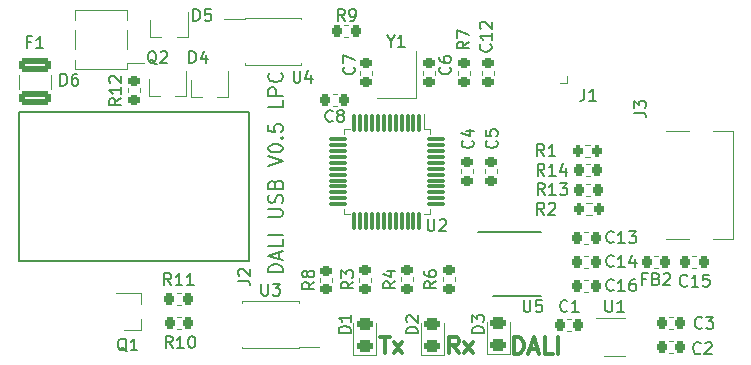
<source format=gto>
G04 #@! TF.GenerationSoftware,KiCad,Pcbnew,6.0.2+dfsg-1*
G04 #@! TF.CreationDate,2022-10-14T13:44:05+02:00*
G04 #@! TF.ProjectId,DALI_USB,44414c49-5f55-4534-922e-6b696361645f,rev?*
G04 #@! TF.SameCoordinates,Original*
G04 #@! TF.FileFunction,Legend,Top*
G04 #@! TF.FilePolarity,Positive*
%FSLAX46Y46*%
G04 Gerber Fmt 4.6, Leading zero omitted, Abs format (unit mm)*
G04 Created by KiCad (PCBNEW 6.0.2+dfsg-1) date 2022-10-14 13:44:05*
%MOMM*%
%LPD*%
G01*
G04 APERTURE LIST*
G04 Aperture macros list*
%AMRoundRect*
0 Rectangle with rounded corners*
0 $1 Rounding radius*
0 $2 $3 $4 $5 $6 $7 $8 $9 X,Y pos of 4 corners*
0 Add a 4 corners polygon primitive as box body*
4,1,4,$2,$3,$4,$5,$6,$7,$8,$9,$2,$3,0*
0 Add four circle primitives for the rounded corners*
1,1,$1+$1,$2,$3*
1,1,$1+$1,$4,$5*
1,1,$1+$1,$6,$7*
1,1,$1+$1,$8,$9*
0 Add four rect primitives between the rounded corners*
20,1,$1+$1,$2,$3,$4,$5,0*
20,1,$1+$1,$4,$5,$6,$7,0*
20,1,$1+$1,$6,$7,$8,$9,0*
20,1,$1+$1,$8,$9,$2,$3,0*%
G04 Aperture macros list end*
%ADD10C,0.300000*%
%ADD11C,0.200000*%
%ADD12C,0.150000*%
%ADD13C,0.120000*%
%ADD14C,0.152400*%
%ADD15RoundRect,0.218750X-0.218750X-0.256250X0.218750X-0.256250X0.218750X0.256250X-0.218750X0.256250X0*%
%ADD16RoundRect,0.218750X-0.256250X0.218750X-0.256250X-0.218750X0.256250X-0.218750X0.256250X0.218750X0*%
%ADD17RoundRect,0.218750X0.256250X-0.218750X0.256250X0.218750X-0.256250X0.218750X-0.256250X-0.218750X0*%
%ADD18RoundRect,0.218750X0.218750X0.256250X-0.218750X0.256250X-0.218750X-0.256250X0.218750X-0.256250X0*%
%ADD19R,0.800000X0.900000*%
%ADD20R,1.000000X0.800000*%
%ADD21R,1.060000X0.650000*%
%ADD22R,2.000000X0.640000*%
%ADD23R,1.200000X0.400000*%
%ADD24RoundRect,0.250000X-1.075000X0.375000X-1.075000X-0.375000X1.075000X-0.375000X1.075000X0.375000X0*%
%ADD25C,3.500000*%
%ADD26C,0.990600*%
%ADD27C,0.787400*%
%ADD28C,1.803400*%
%ADD29R,0.900000X0.800000*%
%ADD30R,1.200000X1.400000*%
%ADD31RoundRect,0.243750X0.456250X-0.243750X0.456250X0.243750X-0.456250X0.243750X-0.456250X-0.243750X0*%
%ADD32RoundRect,0.075000X-0.075000X0.662500X-0.075000X-0.662500X0.075000X-0.662500X0.075000X0.662500X0*%
%ADD33RoundRect,0.075000X-0.662500X0.075000X-0.662500X-0.075000X0.662500X-0.075000X0.662500X0.075000X0*%
%ADD34C,0.650000*%
%ADD35R,1.150000X0.300000*%
%ADD36O,1.600000X1.000000*%
%ADD37O,2.100000X1.000000*%
%ADD38RoundRect,0.200000X0.200000X0.275000X-0.200000X0.275000X-0.200000X-0.275000X0.200000X-0.275000X0*%
%ADD39RoundRect,0.200000X-0.200000X-0.275000X0.200000X-0.275000X0.200000X0.275000X-0.200000X0.275000X0*%
G04 APERTURE END LIST*
D10*
X120597733Y-85999733D02*
X121397733Y-85999733D01*
X120997733Y-87399733D02*
X120997733Y-85999733D01*
X121731066Y-87399733D02*
X122464400Y-86466400D01*
X121731066Y-86466400D02*
X122464400Y-87399733D01*
D11*
X112328257Y-80561400D02*
X111128257Y-80561400D01*
X111128257Y-80275685D01*
X111185400Y-80104257D01*
X111299685Y-79989971D01*
X111413971Y-79932828D01*
X111642542Y-79875685D01*
X111813971Y-79875685D01*
X112042542Y-79932828D01*
X112156828Y-79989971D01*
X112271114Y-80104257D01*
X112328257Y-80275685D01*
X112328257Y-80561400D01*
X111985400Y-79418542D02*
X111985400Y-78847114D01*
X112328257Y-79532828D02*
X111128257Y-79132828D01*
X112328257Y-78732828D01*
X112328257Y-77761400D02*
X112328257Y-78332828D01*
X111128257Y-78332828D01*
X112328257Y-77361400D02*
X111128257Y-77361400D01*
X111128257Y-75875685D02*
X112099685Y-75875685D01*
X112213971Y-75818542D01*
X112271114Y-75761400D01*
X112328257Y-75647114D01*
X112328257Y-75418542D01*
X112271114Y-75304257D01*
X112213971Y-75247114D01*
X112099685Y-75189971D01*
X111128257Y-75189971D01*
X112271114Y-74675685D02*
X112328257Y-74504257D01*
X112328257Y-74218542D01*
X112271114Y-74104257D01*
X112213971Y-74047114D01*
X112099685Y-73989971D01*
X111985400Y-73989971D01*
X111871114Y-74047114D01*
X111813971Y-74104257D01*
X111756828Y-74218542D01*
X111699685Y-74447114D01*
X111642542Y-74561400D01*
X111585400Y-74618542D01*
X111471114Y-74675685D01*
X111356828Y-74675685D01*
X111242542Y-74618542D01*
X111185400Y-74561400D01*
X111128257Y-74447114D01*
X111128257Y-74161400D01*
X111185400Y-73989971D01*
X111699685Y-73075685D02*
X111756828Y-72904257D01*
X111813971Y-72847114D01*
X111928257Y-72789971D01*
X112099685Y-72789971D01*
X112213971Y-72847114D01*
X112271114Y-72904257D01*
X112328257Y-73018542D01*
X112328257Y-73475685D01*
X111128257Y-73475685D01*
X111128257Y-73075685D01*
X111185400Y-72961400D01*
X111242542Y-72904257D01*
X111356828Y-72847114D01*
X111471114Y-72847114D01*
X111585400Y-72904257D01*
X111642542Y-72961400D01*
X111699685Y-73075685D01*
X111699685Y-73475685D01*
X111128257Y-71532828D02*
X112328257Y-71132828D01*
X111128257Y-70732828D01*
X111128257Y-70104257D02*
X111128257Y-69989971D01*
X111185400Y-69875685D01*
X111242542Y-69818542D01*
X111356828Y-69761400D01*
X111585400Y-69704257D01*
X111871114Y-69704257D01*
X112099685Y-69761400D01*
X112213971Y-69818542D01*
X112271114Y-69875685D01*
X112328257Y-69989971D01*
X112328257Y-70104257D01*
X112271114Y-70218542D01*
X112213971Y-70275685D01*
X112099685Y-70332828D01*
X111871114Y-70389971D01*
X111585400Y-70389971D01*
X111356828Y-70332828D01*
X111242542Y-70275685D01*
X111185400Y-70218542D01*
X111128257Y-70104257D01*
X112213971Y-69189971D02*
X112271114Y-69132828D01*
X112328257Y-69189971D01*
X112271114Y-69247114D01*
X112213971Y-69189971D01*
X112328257Y-69189971D01*
X111128257Y-68047114D02*
X111128257Y-68618542D01*
X111699685Y-68675685D01*
X111642542Y-68618542D01*
X111585400Y-68504257D01*
X111585400Y-68218542D01*
X111642542Y-68104257D01*
X111699685Y-68047114D01*
X111813971Y-67989971D01*
X112099685Y-67989971D01*
X112213971Y-68047114D01*
X112271114Y-68104257D01*
X112328257Y-68218542D01*
X112328257Y-68504257D01*
X112271114Y-68618542D01*
X112213971Y-68675685D01*
X112328257Y-65989971D02*
X112328257Y-66561400D01*
X111128257Y-66561400D01*
X112328257Y-65589971D02*
X111128257Y-65589971D01*
X111128257Y-65132828D01*
X111185400Y-65018542D01*
X111242542Y-64961400D01*
X111356828Y-64904257D01*
X111528257Y-64904257D01*
X111642542Y-64961400D01*
X111699685Y-65018542D01*
X111756828Y-65132828D01*
X111756828Y-65589971D01*
X112213971Y-63704257D02*
X112271114Y-63761400D01*
X112328257Y-63932828D01*
X112328257Y-64047114D01*
X112271114Y-64218542D01*
X112156828Y-64332828D01*
X112042542Y-64389971D01*
X111813971Y-64447114D01*
X111642542Y-64447114D01*
X111413971Y-64389971D01*
X111299685Y-64332828D01*
X111185400Y-64218542D01*
X111128257Y-64047114D01*
X111128257Y-63932828D01*
X111185400Y-63761400D01*
X111242542Y-63704257D01*
D10*
X131940533Y-87450533D02*
X131940533Y-86050533D01*
X132273866Y-86050533D01*
X132473866Y-86117200D01*
X132607200Y-86250533D01*
X132673866Y-86383866D01*
X132740533Y-86650533D01*
X132740533Y-86850533D01*
X132673866Y-87117200D01*
X132607200Y-87250533D01*
X132473866Y-87383866D01*
X132273866Y-87450533D01*
X131940533Y-87450533D01*
X133273866Y-87050533D02*
X133940533Y-87050533D01*
X133140533Y-87450533D02*
X133607200Y-86050533D01*
X134073866Y-87450533D01*
X135207200Y-87450533D02*
X134540533Y-87450533D01*
X134540533Y-86050533D01*
X135673866Y-87450533D02*
X135673866Y-86050533D01*
X127222266Y-87399733D02*
X126755600Y-86733066D01*
X126422266Y-87399733D02*
X126422266Y-85999733D01*
X126955600Y-85999733D01*
X127088933Y-86066400D01*
X127155600Y-86133066D01*
X127222266Y-86266400D01*
X127222266Y-86466400D01*
X127155600Y-86599733D01*
X127088933Y-86666400D01*
X126955600Y-86733066D01*
X126422266Y-86733066D01*
X127688933Y-87399733D02*
X128422266Y-86466400D01*
X127688933Y-86466400D02*
X128422266Y-87399733D01*
D12*
X147712233Y-87386335D02*
X147664614Y-87433954D01*
X147521757Y-87481573D01*
X147426519Y-87481573D01*
X147283661Y-87433954D01*
X147188423Y-87338716D01*
X147140804Y-87243478D01*
X147093185Y-87053002D01*
X147093185Y-86910145D01*
X147140804Y-86719669D01*
X147188423Y-86624431D01*
X147283661Y-86529193D01*
X147426519Y-86481573D01*
X147521757Y-86481573D01*
X147664614Y-86529193D01*
X147712233Y-86576812D01*
X148093185Y-86576812D02*
X148140804Y-86529193D01*
X148236042Y-86481573D01*
X148474138Y-86481573D01*
X148569376Y-86529193D01*
X148616995Y-86576812D01*
X148664614Y-86672050D01*
X148664614Y-86767288D01*
X148616995Y-86910145D01*
X148045566Y-87481573D01*
X148664614Y-87481573D01*
X147839233Y-85227335D02*
X147791614Y-85274954D01*
X147648757Y-85322573D01*
X147553519Y-85322573D01*
X147410661Y-85274954D01*
X147315423Y-85179716D01*
X147267804Y-85084478D01*
X147220185Y-84894002D01*
X147220185Y-84751145D01*
X147267804Y-84560669D01*
X147315423Y-84465431D01*
X147410661Y-84370193D01*
X147553519Y-84322573D01*
X147648757Y-84322573D01*
X147791614Y-84370193D01*
X147839233Y-84417812D01*
X148172566Y-84322573D02*
X148791614Y-84322573D01*
X148458280Y-84703526D01*
X148601138Y-84703526D01*
X148696376Y-84751145D01*
X148743995Y-84798764D01*
X148791614Y-84894002D01*
X148791614Y-85132097D01*
X148743995Y-85227335D01*
X148696376Y-85274954D01*
X148601138Y-85322573D01*
X148315423Y-85322573D01*
X148220185Y-85274954D01*
X148172566Y-85227335D01*
X130430542Y-69407066D02*
X130478161Y-69454685D01*
X130525780Y-69597542D01*
X130525780Y-69692780D01*
X130478161Y-69835638D01*
X130382923Y-69930876D01*
X130287685Y-69978495D01*
X130097209Y-70026114D01*
X129954352Y-70026114D01*
X129763876Y-69978495D01*
X129668638Y-69930876D01*
X129573400Y-69835638D01*
X129525780Y-69692780D01*
X129525780Y-69597542D01*
X129573400Y-69454685D01*
X129621019Y-69407066D01*
X129525780Y-68502304D02*
X129525780Y-68978495D01*
X130001971Y-69026114D01*
X129954352Y-68978495D01*
X129906733Y-68883257D01*
X129906733Y-68645161D01*
X129954352Y-68549923D01*
X130001971Y-68502304D01*
X130097209Y-68454685D01*
X130335304Y-68454685D01*
X130430542Y-68502304D01*
X130478161Y-68549923D01*
X130525780Y-68645161D01*
X130525780Y-68883257D01*
X130478161Y-68978495D01*
X130430542Y-69026114D01*
X126493542Y-63184066D02*
X126541161Y-63231685D01*
X126588780Y-63374542D01*
X126588780Y-63469780D01*
X126541161Y-63612638D01*
X126445923Y-63707876D01*
X126350685Y-63755495D01*
X126160209Y-63803114D01*
X126017352Y-63803114D01*
X125826876Y-63755495D01*
X125731638Y-63707876D01*
X125636400Y-63612638D01*
X125588780Y-63469780D01*
X125588780Y-63374542D01*
X125636400Y-63231685D01*
X125684019Y-63184066D01*
X125588780Y-62326923D02*
X125588780Y-62517400D01*
X125636400Y-62612638D01*
X125684019Y-62660257D01*
X125826876Y-62755495D01*
X126017352Y-62803114D01*
X126398304Y-62803114D01*
X126493542Y-62755495D01*
X126541161Y-62707876D01*
X126588780Y-62612638D01*
X126588780Y-62422161D01*
X126541161Y-62326923D01*
X126493542Y-62279304D01*
X126398304Y-62231685D01*
X126160209Y-62231685D01*
X126064971Y-62279304D01*
X126017352Y-62326923D01*
X125969733Y-62422161D01*
X125969733Y-62612638D01*
X126017352Y-62707876D01*
X126064971Y-62755495D01*
X126160209Y-62803114D01*
X118365542Y-63184066D02*
X118413161Y-63231685D01*
X118460780Y-63374542D01*
X118460780Y-63469780D01*
X118413161Y-63612638D01*
X118317923Y-63707876D01*
X118222685Y-63755495D01*
X118032209Y-63803114D01*
X117889352Y-63803114D01*
X117698876Y-63755495D01*
X117603638Y-63707876D01*
X117508400Y-63612638D01*
X117460780Y-63469780D01*
X117460780Y-63374542D01*
X117508400Y-63231685D01*
X117556019Y-63184066D01*
X117460780Y-62850733D02*
X117460780Y-62184066D01*
X118460780Y-62612638D01*
X116571733Y-67725542D02*
X116524114Y-67773161D01*
X116381257Y-67820780D01*
X116286019Y-67820780D01*
X116143161Y-67773161D01*
X116047923Y-67677923D01*
X116000304Y-67582685D01*
X115952685Y-67392209D01*
X115952685Y-67249352D01*
X116000304Y-67058876D01*
X116047923Y-66963638D01*
X116143161Y-66868400D01*
X116286019Y-66820780D01*
X116381257Y-66820780D01*
X116524114Y-66868400D01*
X116571733Y-66916019D01*
X117143161Y-67249352D02*
X117047923Y-67201733D01*
X117000304Y-67154114D01*
X116952685Y-67058876D01*
X116952685Y-67011257D01*
X117000304Y-66916019D01*
X117047923Y-66868400D01*
X117143161Y-66820780D01*
X117333638Y-66820780D01*
X117428876Y-66868400D01*
X117476495Y-66916019D01*
X117524114Y-67011257D01*
X117524114Y-67058876D01*
X117476495Y-67154114D01*
X117428876Y-67201733D01*
X117333638Y-67249352D01*
X117143161Y-67249352D01*
X117047923Y-67296971D01*
X117000304Y-67344590D01*
X116952685Y-67439828D01*
X116952685Y-67630304D01*
X117000304Y-67725542D01*
X117047923Y-67773161D01*
X117143161Y-67820780D01*
X117333638Y-67820780D01*
X117428876Y-67773161D01*
X117476495Y-67725542D01*
X117524114Y-67630304D01*
X117524114Y-67439828D01*
X117476495Y-67344590D01*
X117428876Y-67296971D01*
X117333638Y-67249352D01*
X129922542Y-61247257D02*
X129970161Y-61294876D01*
X130017780Y-61437733D01*
X130017780Y-61532971D01*
X129970161Y-61675828D01*
X129874923Y-61771066D01*
X129779685Y-61818685D01*
X129589209Y-61866304D01*
X129446352Y-61866304D01*
X129255876Y-61818685D01*
X129160638Y-61771066D01*
X129065400Y-61675828D01*
X129017780Y-61532971D01*
X129017780Y-61437733D01*
X129065400Y-61294876D01*
X129113019Y-61247257D01*
X130017780Y-60294876D02*
X130017780Y-60866304D01*
X130017780Y-60580590D02*
X129017780Y-60580590D01*
X129160638Y-60675828D01*
X129255876Y-60771066D01*
X129303495Y-60866304D01*
X129113019Y-59913923D02*
X129065400Y-59866304D01*
X129017780Y-59771066D01*
X129017780Y-59532971D01*
X129065400Y-59437733D01*
X129113019Y-59390114D01*
X129208257Y-59342495D01*
X129303495Y-59342495D01*
X129446352Y-59390114D01*
X130017780Y-59961542D01*
X130017780Y-59342495D01*
X140352542Y-77979542D02*
X140304923Y-78027161D01*
X140162066Y-78074780D01*
X140066828Y-78074780D01*
X139923971Y-78027161D01*
X139828733Y-77931923D01*
X139781114Y-77836685D01*
X139733495Y-77646209D01*
X139733495Y-77503352D01*
X139781114Y-77312876D01*
X139828733Y-77217638D01*
X139923971Y-77122400D01*
X140066828Y-77074780D01*
X140162066Y-77074780D01*
X140304923Y-77122400D01*
X140352542Y-77170019D01*
X141304923Y-78074780D02*
X140733495Y-78074780D01*
X141019209Y-78074780D02*
X141019209Y-77074780D01*
X140923971Y-77217638D01*
X140828733Y-77312876D01*
X140733495Y-77360495D01*
X141638257Y-77074780D02*
X142257304Y-77074780D01*
X141923971Y-77455733D01*
X142066828Y-77455733D01*
X142162066Y-77503352D01*
X142209685Y-77550971D01*
X142257304Y-77646209D01*
X142257304Y-77884304D01*
X142209685Y-77979542D01*
X142162066Y-78027161D01*
X142066828Y-78074780D01*
X141781114Y-78074780D01*
X141685876Y-78027161D01*
X141638257Y-77979542D01*
X140352542Y-80011542D02*
X140304923Y-80059161D01*
X140162066Y-80106780D01*
X140066828Y-80106780D01*
X139923971Y-80059161D01*
X139828733Y-79963923D01*
X139781114Y-79868685D01*
X139733495Y-79678209D01*
X139733495Y-79535352D01*
X139781114Y-79344876D01*
X139828733Y-79249638D01*
X139923971Y-79154400D01*
X140066828Y-79106780D01*
X140162066Y-79106780D01*
X140304923Y-79154400D01*
X140352542Y-79202019D01*
X141304923Y-80106780D02*
X140733495Y-80106780D01*
X141019209Y-80106780D02*
X141019209Y-79106780D01*
X140923971Y-79249638D01*
X140828733Y-79344876D01*
X140733495Y-79392495D01*
X142162066Y-79440114D02*
X142162066Y-80106780D01*
X141923971Y-79059161D02*
X141685876Y-79773447D01*
X142304923Y-79773447D01*
X146575542Y-81662542D02*
X146527923Y-81710161D01*
X146385066Y-81757780D01*
X146289828Y-81757780D01*
X146146971Y-81710161D01*
X146051733Y-81614923D01*
X146004114Y-81519685D01*
X145956495Y-81329209D01*
X145956495Y-81186352D01*
X146004114Y-80995876D01*
X146051733Y-80900638D01*
X146146971Y-80805400D01*
X146289828Y-80757780D01*
X146385066Y-80757780D01*
X146527923Y-80805400D01*
X146575542Y-80853019D01*
X147527923Y-81757780D02*
X146956495Y-81757780D01*
X147242209Y-81757780D02*
X147242209Y-80757780D01*
X147146971Y-80900638D01*
X147051733Y-80995876D01*
X146956495Y-81043495D01*
X148432685Y-80757780D02*
X147956495Y-80757780D01*
X147908876Y-81233971D01*
X147956495Y-81186352D01*
X148051733Y-81138733D01*
X148289828Y-81138733D01*
X148385066Y-81186352D01*
X148432685Y-81233971D01*
X148480304Y-81329209D01*
X148480304Y-81567304D01*
X148432685Y-81662542D01*
X148385066Y-81710161D01*
X148289828Y-81757780D01*
X148051733Y-81757780D01*
X147956495Y-81710161D01*
X147908876Y-81662542D01*
X104779304Y-59278780D02*
X104779304Y-58278780D01*
X105017400Y-58278780D01*
X105160257Y-58326400D01*
X105255495Y-58421638D01*
X105303114Y-58516876D01*
X105350733Y-58707352D01*
X105350733Y-58850209D01*
X105303114Y-59040685D01*
X105255495Y-59135923D01*
X105160257Y-59231161D01*
X105017400Y-59278780D01*
X104779304Y-59278780D01*
X106255495Y-58278780D02*
X105779304Y-58278780D01*
X105731685Y-58754971D01*
X105779304Y-58707352D01*
X105874542Y-58659733D01*
X106112638Y-58659733D01*
X106207876Y-58707352D01*
X106255495Y-58754971D01*
X106303114Y-58850209D01*
X106303114Y-59088304D01*
X106255495Y-59183542D01*
X106207876Y-59231161D01*
X106112638Y-59278780D01*
X105874542Y-59278780D01*
X105779304Y-59231161D01*
X105731685Y-59183542D01*
X93521304Y-64739780D02*
X93521304Y-63739780D01*
X93759400Y-63739780D01*
X93902257Y-63787400D01*
X93997495Y-63882638D01*
X94045114Y-63977876D01*
X94092733Y-64168352D01*
X94092733Y-64311209D01*
X94045114Y-64501685D01*
X93997495Y-64596923D01*
X93902257Y-64692161D01*
X93759400Y-64739780D01*
X93521304Y-64739780D01*
X94949876Y-63739780D02*
X94759400Y-63739780D01*
X94664161Y-63787400D01*
X94616542Y-63835019D01*
X94521304Y-63977876D01*
X94473685Y-64168352D01*
X94473685Y-64549304D01*
X94521304Y-64644542D01*
X94568923Y-64692161D01*
X94664161Y-64739780D01*
X94854638Y-64739780D01*
X94949876Y-64692161D01*
X94997495Y-64644542D01*
X95045114Y-64549304D01*
X95045114Y-64311209D01*
X94997495Y-64215971D01*
X94949876Y-64168352D01*
X94854638Y-64120733D01*
X94664161Y-64120733D01*
X94568923Y-64168352D01*
X94521304Y-64215971D01*
X94473685Y-64311209D01*
X143108566Y-81106971D02*
X142775233Y-81106971D01*
X142775233Y-81630780D02*
X142775233Y-80630780D01*
X143251423Y-80630780D01*
X143965709Y-81106971D02*
X144108566Y-81154590D01*
X144156185Y-81202209D01*
X144203804Y-81297447D01*
X144203804Y-81440304D01*
X144156185Y-81535542D01*
X144108566Y-81583161D01*
X144013328Y-81630780D01*
X143632376Y-81630780D01*
X143632376Y-80630780D01*
X143965709Y-80630780D01*
X144060947Y-80678400D01*
X144108566Y-80726019D01*
X144156185Y-80821257D01*
X144156185Y-80916495D01*
X144108566Y-81011733D01*
X144060947Y-81059352D01*
X143965709Y-81106971D01*
X143632376Y-81106971D01*
X144584757Y-80726019D02*
X144632376Y-80678400D01*
X144727614Y-80630780D01*
X144965709Y-80630780D01*
X145060947Y-80678400D01*
X145108566Y-80726019D01*
X145156185Y-80821257D01*
X145156185Y-80916495D01*
X145108566Y-81059352D01*
X144537138Y-81630780D01*
X145156185Y-81630780D01*
X118300780Y-81345066D02*
X117824590Y-81678400D01*
X118300780Y-81916495D02*
X117300780Y-81916495D01*
X117300780Y-81535542D01*
X117348400Y-81440304D01*
X117396019Y-81392685D01*
X117491257Y-81345066D01*
X117634114Y-81345066D01*
X117729352Y-81392685D01*
X117776971Y-81440304D01*
X117824590Y-81535542D01*
X117824590Y-81916495D01*
X117300780Y-81011733D02*
X117300780Y-80392685D01*
X117681733Y-80726019D01*
X117681733Y-80583161D01*
X117729352Y-80487923D01*
X117776971Y-80440304D01*
X117872209Y-80392685D01*
X118110304Y-80392685D01*
X118205542Y-80440304D01*
X118253161Y-80487923D01*
X118300780Y-80583161D01*
X118300780Y-80868876D01*
X118253161Y-80964114D01*
X118205542Y-81011733D01*
X121856780Y-81319566D02*
X121380590Y-81652900D01*
X121856780Y-81890995D02*
X120856780Y-81890995D01*
X120856780Y-81510042D01*
X120904400Y-81414804D01*
X120952019Y-81367185D01*
X121047257Y-81319566D01*
X121190114Y-81319566D01*
X121285352Y-81367185D01*
X121332971Y-81414804D01*
X121380590Y-81510042D01*
X121380590Y-81890995D01*
X121190114Y-80462423D02*
X121856780Y-80462423D01*
X120809161Y-80700519D02*
X121523447Y-80938614D01*
X121523447Y-80319566D01*
X117587733Y-59278780D02*
X117254400Y-58802590D01*
X117016304Y-59278780D02*
X117016304Y-58278780D01*
X117397257Y-58278780D01*
X117492495Y-58326400D01*
X117540114Y-58374019D01*
X117587733Y-58469257D01*
X117587733Y-58612114D01*
X117540114Y-58707352D01*
X117492495Y-58754971D01*
X117397257Y-58802590D01*
X117016304Y-58802590D01*
X118063923Y-59278780D02*
X118254400Y-59278780D01*
X118349638Y-59231161D01*
X118397257Y-59183542D01*
X118492495Y-59040685D01*
X118540114Y-58850209D01*
X118540114Y-58469257D01*
X118492495Y-58374019D01*
X118444876Y-58326400D01*
X118349638Y-58278780D01*
X118159161Y-58278780D01*
X118063923Y-58326400D01*
X118016304Y-58374019D01*
X117968685Y-58469257D01*
X117968685Y-58707352D01*
X118016304Y-58802590D01*
X118063923Y-58850209D01*
X118159161Y-58897828D01*
X118349638Y-58897828D01*
X118444876Y-58850209D01*
X118492495Y-58802590D01*
X118540114Y-58707352D01*
X98648780Y-65819257D02*
X98172590Y-66152590D01*
X98648780Y-66390685D02*
X97648780Y-66390685D01*
X97648780Y-66009733D01*
X97696400Y-65914495D01*
X97744019Y-65866876D01*
X97839257Y-65819257D01*
X97982114Y-65819257D01*
X98077352Y-65866876D01*
X98124971Y-65914495D01*
X98172590Y-66009733D01*
X98172590Y-66390685D01*
X98648780Y-64866876D02*
X98648780Y-65438304D01*
X98648780Y-65152590D02*
X97648780Y-65152590D01*
X97791638Y-65247828D01*
X97886876Y-65343066D01*
X97934495Y-65438304D01*
X97744019Y-64485923D02*
X97696400Y-64438304D01*
X97648780Y-64343066D01*
X97648780Y-64104971D01*
X97696400Y-64009733D01*
X97744019Y-63962114D01*
X97839257Y-63914495D01*
X97934495Y-63914495D01*
X98077352Y-63962114D01*
X98648780Y-64533542D01*
X98648780Y-63914495D01*
X134510542Y-74010780D02*
X134177209Y-73534590D01*
X133939114Y-74010780D02*
X133939114Y-73010780D01*
X134320066Y-73010780D01*
X134415304Y-73058400D01*
X134462923Y-73106019D01*
X134510542Y-73201257D01*
X134510542Y-73344114D01*
X134462923Y-73439352D01*
X134415304Y-73486971D01*
X134320066Y-73534590D01*
X133939114Y-73534590D01*
X135462923Y-74010780D02*
X134891495Y-74010780D01*
X135177209Y-74010780D02*
X135177209Y-73010780D01*
X135081971Y-73153638D01*
X134986733Y-73248876D01*
X134891495Y-73296495D01*
X135796257Y-73010780D02*
X136415304Y-73010780D01*
X136081971Y-73391733D01*
X136224828Y-73391733D01*
X136320066Y-73439352D01*
X136367685Y-73486971D01*
X136415304Y-73582209D01*
X136415304Y-73820304D01*
X136367685Y-73915542D01*
X136320066Y-73963161D01*
X136224828Y-74010780D01*
X135939114Y-74010780D01*
X135843876Y-73963161D01*
X135796257Y-73915542D01*
X134485042Y-72359780D02*
X134151709Y-71883590D01*
X133913614Y-72359780D02*
X133913614Y-71359780D01*
X134294566Y-71359780D01*
X134389804Y-71407400D01*
X134437423Y-71455019D01*
X134485042Y-71550257D01*
X134485042Y-71693114D01*
X134437423Y-71788352D01*
X134389804Y-71835971D01*
X134294566Y-71883590D01*
X133913614Y-71883590D01*
X135437423Y-72359780D02*
X134865995Y-72359780D01*
X135151709Y-72359780D02*
X135151709Y-71359780D01*
X135056471Y-71502638D01*
X134961233Y-71597876D01*
X134865995Y-71645495D01*
X136294566Y-71693114D02*
X136294566Y-72359780D01*
X136056471Y-71312161D02*
X135818376Y-72026447D01*
X136437423Y-72026447D01*
X139662339Y-82904735D02*
X139662339Y-83714259D01*
X139709958Y-83809497D01*
X139757577Y-83857116D01*
X139852815Y-83904735D01*
X140043291Y-83904735D01*
X140138529Y-83857116D01*
X140186148Y-83809497D01*
X140233767Y-83714259D01*
X140233767Y-82904735D01*
X141233767Y-83904735D02*
X140662339Y-83904735D01*
X140948053Y-83904735D02*
X140948053Y-82904735D01*
X140852815Y-83047593D01*
X140757577Y-83142831D01*
X140662339Y-83190450D01*
X113259495Y-63485780D02*
X113259495Y-64295304D01*
X113307114Y-64390542D01*
X113354733Y-64438161D01*
X113449971Y-64485780D01*
X113640447Y-64485780D01*
X113735685Y-64438161D01*
X113783304Y-64390542D01*
X113830923Y-64295304D01*
X113830923Y-63485780D01*
X114735685Y-63819114D02*
X114735685Y-64485780D01*
X114497590Y-63438161D02*
X114259495Y-64152447D01*
X114878542Y-64152447D01*
X132740495Y-82916780D02*
X132740495Y-83726304D01*
X132788114Y-83821542D01*
X132835733Y-83869161D01*
X132930971Y-83916780D01*
X133121447Y-83916780D01*
X133216685Y-83869161D01*
X133264304Y-83821542D01*
X133311923Y-83726304D01*
X133311923Y-82916780D01*
X134264304Y-82916780D02*
X133788114Y-82916780D01*
X133740495Y-83392971D01*
X133788114Y-83345352D01*
X133883352Y-83297733D01*
X134121447Y-83297733D01*
X134216685Y-83345352D01*
X134264304Y-83392971D01*
X134311923Y-83488209D01*
X134311923Y-83726304D01*
X134264304Y-83821542D01*
X134216685Y-83869161D01*
X134121447Y-83916780D01*
X133883352Y-83916780D01*
X133788114Y-83869161D01*
X133740495Y-83821542D01*
X91005066Y-61040971D02*
X90671733Y-61040971D01*
X90671733Y-61564780D02*
X90671733Y-60564780D01*
X91147923Y-60564780D01*
X92052685Y-61564780D02*
X91481257Y-61564780D01*
X91766971Y-61564780D02*
X91766971Y-60564780D01*
X91671733Y-60707638D01*
X91576495Y-60802876D01*
X91481257Y-60850495D01*
X101657161Y-62930019D02*
X101561923Y-62882400D01*
X101466685Y-62787161D01*
X101323828Y-62644304D01*
X101228590Y-62596685D01*
X101133352Y-62596685D01*
X101180971Y-62834780D02*
X101085733Y-62787161D01*
X100990495Y-62691923D01*
X100942876Y-62501447D01*
X100942876Y-62168114D01*
X100990495Y-61977638D01*
X101085733Y-61882400D01*
X101180971Y-61834780D01*
X101371447Y-61834780D01*
X101466685Y-61882400D01*
X101561923Y-61977638D01*
X101609542Y-62168114D01*
X101609542Y-62501447D01*
X101561923Y-62691923D01*
X101466685Y-62787161D01*
X101371447Y-62834780D01*
X101180971Y-62834780D01*
X101990495Y-61930019D02*
X102038114Y-61882400D01*
X102133352Y-61834780D01*
X102371447Y-61834780D01*
X102466685Y-61882400D01*
X102514304Y-61930019D01*
X102561923Y-62025257D01*
X102561923Y-62120495D01*
X102514304Y-62263352D01*
X101942876Y-62834780D01*
X102561923Y-62834780D01*
X137868066Y-65009780D02*
X137868066Y-65724066D01*
X137820447Y-65866923D01*
X137725209Y-65962161D01*
X137582352Y-66009780D01*
X137487114Y-66009780D01*
X138868066Y-66009780D02*
X138296638Y-66009780D01*
X138582352Y-66009780D02*
X138582352Y-65009780D01*
X138487114Y-65152638D01*
X138391876Y-65247876D01*
X138296638Y-65295495D01*
X125318780Y-81319566D02*
X124842590Y-81652900D01*
X125318780Y-81890995D02*
X124318780Y-81890995D01*
X124318780Y-81510042D01*
X124366400Y-81414804D01*
X124414019Y-81367185D01*
X124509257Y-81319566D01*
X124652114Y-81319566D01*
X124747352Y-81367185D01*
X124794971Y-81414804D01*
X124842590Y-81510042D01*
X124842590Y-81890995D01*
X124318780Y-80462423D02*
X124318780Y-80652900D01*
X124366400Y-80748138D01*
X124414019Y-80795757D01*
X124556876Y-80890995D01*
X124747352Y-80938614D01*
X125128304Y-80938614D01*
X125223542Y-80890995D01*
X125271161Y-80843376D01*
X125318780Y-80748138D01*
X125318780Y-80557661D01*
X125271161Y-80462423D01*
X125223542Y-80414804D01*
X125128304Y-80367185D01*
X124890209Y-80367185D01*
X124794971Y-80414804D01*
X124747352Y-80462423D01*
X124699733Y-80557661D01*
X124699733Y-80748138D01*
X124747352Y-80843376D01*
X124794971Y-80890995D01*
X124890209Y-80938614D01*
X128112780Y-61025066D02*
X127636590Y-61358400D01*
X128112780Y-61596495D02*
X127112780Y-61596495D01*
X127112780Y-61215542D01*
X127160400Y-61120304D01*
X127208019Y-61072685D01*
X127303257Y-61025066D01*
X127446114Y-61025066D01*
X127541352Y-61072685D01*
X127588971Y-61120304D01*
X127636590Y-61215542D01*
X127636590Y-61596495D01*
X127112780Y-60691733D02*
X127112780Y-60025066D01*
X128112780Y-60453638D01*
X140352542Y-82043542D02*
X140304923Y-82091161D01*
X140162066Y-82138780D01*
X140066828Y-82138780D01*
X139923971Y-82091161D01*
X139828733Y-81995923D01*
X139781114Y-81900685D01*
X139733495Y-81710209D01*
X139733495Y-81567352D01*
X139781114Y-81376876D01*
X139828733Y-81281638D01*
X139923971Y-81186400D01*
X140066828Y-81138780D01*
X140162066Y-81138780D01*
X140304923Y-81186400D01*
X140352542Y-81234019D01*
X141304923Y-82138780D02*
X140733495Y-82138780D01*
X141019209Y-82138780D02*
X141019209Y-81138780D01*
X140923971Y-81281638D01*
X140828733Y-81376876D01*
X140733495Y-81424495D01*
X142162066Y-81138780D02*
X141971590Y-81138780D01*
X141876352Y-81186400D01*
X141828733Y-81234019D01*
X141733495Y-81376876D01*
X141685876Y-81567352D01*
X141685876Y-81948304D01*
X141733495Y-82043542D01*
X141781114Y-82091161D01*
X141876352Y-82138780D01*
X142066828Y-82138780D01*
X142162066Y-82091161D01*
X142209685Y-82043542D01*
X142257304Y-81948304D01*
X142257304Y-81710209D01*
X142209685Y-81614971D01*
X142162066Y-81567352D01*
X142066828Y-81519733D01*
X141876352Y-81519733D01*
X141781114Y-81567352D01*
X141733495Y-81614971D01*
X141685876Y-81710209D01*
X136447577Y-83809497D02*
X136399958Y-83857116D01*
X136257101Y-83904735D01*
X136161863Y-83904735D01*
X136019005Y-83857116D01*
X135923767Y-83761878D01*
X135876148Y-83666640D01*
X135828529Y-83476164D01*
X135828529Y-83333307D01*
X135876148Y-83142831D01*
X135923767Y-83047593D01*
X136019005Y-82952355D01*
X136161863Y-82904735D01*
X136257101Y-82904735D01*
X136399958Y-82952355D01*
X136447577Y-82999974D01*
X137399958Y-83904735D02*
X136828529Y-83904735D01*
X137114244Y-83904735D02*
X137114244Y-82904735D01*
X137019005Y-83047593D01*
X136923767Y-83142831D01*
X136828529Y-83190450D01*
X128398542Y-69407066D02*
X128446161Y-69454685D01*
X128493780Y-69597542D01*
X128493780Y-69692780D01*
X128446161Y-69835638D01*
X128350923Y-69930876D01*
X128255685Y-69978495D01*
X128065209Y-70026114D01*
X127922352Y-70026114D01*
X127731876Y-69978495D01*
X127636638Y-69930876D01*
X127541400Y-69835638D01*
X127493780Y-69692780D01*
X127493780Y-69597542D01*
X127541400Y-69454685D01*
X127589019Y-69407066D01*
X127827114Y-68549923D02*
X128493780Y-68549923D01*
X127446161Y-68788019D02*
X128160447Y-69026114D01*
X128160447Y-68407066D01*
X104443304Y-62834780D02*
X104443304Y-61834780D01*
X104681400Y-61834780D01*
X104824257Y-61882400D01*
X104919495Y-61977638D01*
X104967114Y-62072876D01*
X105014733Y-62263352D01*
X105014733Y-62406209D01*
X104967114Y-62596685D01*
X104919495Y-62691923D01*
X104824257Y-62787161D01*
X104681400Y-62834780D01*
X104443304Y-62834780D01*
X105871876Y-62168114D02*
X105871876Y-62834780D01*
X105633780Y-61787161D02*
X105395685Y-62501447D01*
X106014733Y-62501447D01*
X114998780Y-81370566D02*
X114522590Y-81703900D01*
X114998780Y-81941995D02*
X113998780Y-81941995D01*
X113998780Y-81561042D01*
X114046400Y-81465804D01*
X114094019Y-81418185D01*
X114189257Y-81370566D01*
X114332114Y-81370566D01*
X114427352Y-81418185D01*
X114474971Y-81465804D01*
X114522590Y-81561042D01*
X114522590Y-81941995D01*
X114427352Y-80799138D02*
X114379733Y-80894376D01*
X114332114Y-80941995D01*
X114236876Y-80989614D01*
X114189257Y-80989614D01*
X114094019Y-80941995D01*
X114046400Y-80894376D01*
X113998780Y-80799138D01*
X113998780Y-80608661D01*
X114046400Y-80513423D01*
X114094019Y-80465804D01*
X114189257Y-80418185D01*
X114236876Y-80418185D01*
X114332114Y-80465804D01*
X114379733Y-80513423D01*
X114427352Y-80608661D01*
X114427352Y-80799138D01*
X114474971Y-80894376D01*
X114522590Y-80941995D01*
X114617828Y-80989614D01*
X114808304Y-80989614D01*
X114903542Y-80941995D01*
X114951161Y-80894376D01*
X114998780Y-80799138D01*
X114998780Y-80608661D01*
X114951161Y-80513423D01*
X114903542Y-80465804D01*
X114808304Y-80418185D01*
X114617828Y-80418185D01*
X114522590Y-80465804D01*
X114474971Y-80513423D01*
X114427352Y-80608661D01*
X110540495Y-81519780D02*
X110540495Y-82329304D01*
X110588114Y-82424542D01*
X110635733Y-82472161D01*
X110730971Y-82519780D01*
X110921447Y-82519780D01*
X111016685Y-82472161D01*
X111064304Y-82424542D01*
X111111923Y-82329304D01*
X111111923Y-81519780D01*
X111492876Y-81519780D02*
X112111923Y-81519780D01*
X111778590Y-81900733D01*
X111921447Y-81900733D01*
X112016685Y-81948352D01*
X112064304Y-81995971D01*
X112111923Y-82091209D01*
X112111923Y-82329304D01*
X112064304Y-82424542D01*
X112016685Y-82472161D01*
X111921447Y-82519780D01*
X111635733Y-82519780D01*
X111540495Y-82472161D01*
X111492876Y-82424542D01*
X108570780Y-81257733D02*
X109285066Y-81257733D01*
X109427923Y-81305352D01*
X109523161Y-81400590D01*
X109570780Y-81543447D01*
X109570780Y-81638685D01*
X108666019Y-80829161D02*
X108618400Y-80781542D01*
X108570780Y-80686304D01*
X108570780Y-80448209D01*
X108618400Y-80352971D01*
X108666019Y-80305352D01*
X108761257Y-80257733D01*
X108856495Y-80257733D01*
X108999352Y-80305352D01*
X109570780Y-80876780D01*
X109570780Y-80257733D01*
X99133161Y-87253019D02*
X99037923Y-87205400D01*
X98942685Y-87110161D01*
X98799828Y-86967304D01*
X98704590Y-86919685D01*
X98609352Y-86919685D01*
X98656971Y-87157780D02*
X98561733Y-87110161D01*
X98466495Y-87014923D01*
X98418876Y-86824447D01*
X98418876Y-86491114D01*
X98466495Y-86300638D01*
X98561733Y-86205400D01*
X98656971Y-86157780D01*
X98847447Y-86157780D01*
X98942685Y-86205400D01*
X99037923Y-86300638D01*
X99085542Y-86491114D01*
X99085542Y-86824447D01*
X99037923Y-87014923D01*
X98942685Y-87110161D01*
X98847447Y-87157780D01*
X98656971Y-87157780D01*
X100037923Y-87157780D02*
X99466495Y-87157780D01*
X99752209Y-87157780D02*
X99752209Y-86157780D01*
X99656971Y-86300638D01*
X99561733Y-86395876D01*
X99466495Y-86443495D01*
X103014542Y-86964780D02*
X102681209Y-86488590D01*
X102443114Y-86964780D02*
X102443114Y-85964780D01*
X102824066Y-85964780D01*
X102919304Y-86012400D01*
X102966923Y-86060019D01*
X103014542Y-86155257D01*
X103014542Y-86298114D01*
X102966923Y-86393352D01*
X102919304Y-86440971D01*
X102824066Y-86488590D01*
X102443114Y-86488590D01*
X103966923Y-86964780D02*
X103395495Y-86964780D01*
X103681209Y-86964780D02*
X103681209Y-85964780D01*
X103585971Y-86107638D01*
X103490733Y-86202876D01*
X103395495Y-86250495D01*
X104585971Y-85964780D02*
X104681209Y-85964780D01*
X104776447Y-86012400D01*
X104824066Y-86060019D01*
X104871685Y-86155257D01*
X104919304Y-86345733D01*
X104919304Y-86583828D01*
X104871685Y-86774304D01*
X104824066Y-86869542D01*
X104776447Y-86917161D01*
X104681209Y-86964780D01*
X104585971Y-86964780D01*
X104490733Y-86917161D01*
X104443114Y-86869542D01*
X104395495Y-86774304D01*
X104347876Y-86583828D01*
X104347876Y-86345733D01*
X104395495Y-86155257D01*
X104443114Y-86060019D01*
X104490733Y-86012400D01*
X104585971Y-85964780D01*
X102887542Y-81630780D02*
X102554209Y-81154590D01*
X102316114Y-81630780D02*
X102316114Y-80630780D01*
X102697066Y-80630780D01*
X102792304Y-80678400D01*
X102839923Y-80726019D01*
X102887542Y-80821257D01*
X102887542Y-80964114D01*
X102839923Y-81059352D01*
X102792304Y-81106971D01*
X102697066Y-81154590D01*
X102316114Y-81154590D01*
X103839923Y-81630780D02*
X103268495Y-81630780D01*
X103554209Y-81630780D02*
X103554209Y-80630780D01*
X103458971Y-80773638D01*
X103363733Y-80868876D01*
X103268495Y-80916495D01*
X104792304Y-81630780D02*
X104220876Y-81630780D01*
X104506590Y-81630780D02*
X104506590Y-80630780D01*
X104411352Y-80773638D01*
X104316114Y-80868876D01*
X104220876Y-80916495D01*
X121469209Y-60961590D02*
X121469209Y-61437780D01*
X121135876Y-60437780D02*
X121469209Y-60961590D01*
X121802542Y-60437780D01*
X122659685Y-61437780D02*
X122088257Y-61437780D01*
X122373971Y-61437780D02*
X122373971Y-60437780D01*
X122278733Y-60580638D01*
X122183495Y-60675876D01*
X122088257Y-60723495D01*
X123794780Y-85726495D02*
X122794780Y-85726495D01*
X122794780Y-85488400D01*
X122842400Y-85345542D01*
X122937638Y-85250304D01*
X123032876Y-85202685D01*
X123223352Y-85155066D01*
X123366209Y-85155066D01*
X123556685Y-85202685D01*
X123651923Y-85250304D01*
X123747161Y-85345542D01*
X123794780Y-85488400D01*
X123794780Y-85726495D01*
X122890019Y-84774114D02*
X122842400Y-84726495D01*
X122794780Y-84631257D01*
X122794780Y-84393161D01*
X122842400Y-84297923D01*
X122890019Y-84250304D01*
X122985257Y-84202685D01*
X123080495Y-84202685D01*
X123223352Y-84250304D01*
X123794780Y-84821733D01*
X123794780Y-84202685D01*
X118080780Y-85675695D02*
X117080780Y-85675695D01*
X117080780Y-85437600D01*
X117128400Y-85294742D01*
X117223638Y-85199504D01*
X117318876Y-85151885D01*
X117509352Y-85104266D01*
X117652209Y-85104266D01*
X117842685Y-85151885D01*
X117937923Y-85199504D01*
X118033161Y-85294742D01*
X118080780Y-85437600D01*
X118080780Y-85675695D01*
X118080780Y-84151885D02*
X118080780Y-84723314D01*
X118080780Y-84437600D02*
X117080780Y-84437600D01*
X117223638Y-84532838D01*
X117318876Y-84628076D01*
X117366495Y-84723314D01*
X124612495Y-76058780D02*
X124612495Y-76868304D01*
X124660114Y-76963542D01*
X124707733Y-77011161D01*
X124802971Y-77058780D01*
X124993447Y-77058780D01*
X125088685Y-77011161D01*
X125136304Y-76963542D01*
X125183923Y-76868304D01*
X125183923Y-76058780D01*
X125612495Y-76154019D02*
X125660114Y-76106400D01*
X125755352Y-76058780D01*
X125993447Y-76058780D01*
X126088685Y-76106400D01*
X126136304Y-76154019D01*
X126183923Y-76249257D01*
X126183923Y-76344495D01*
X126136304Y-76487352D01*
X125564876Y-77058780D01*
X126183923Y-77058780D01*
X142098780Y-67033733D02*
X142813066Y-67033733D01*
X142955923Y-67081352D01*
X143051161Y-67176590D01*
X143098780Y-67319447D01*
X143098780Y-67414685D01*
X142098780Y-66652780D02*
X142098780Y-66033733D01*
X142479733Y-66367066D01*
X142479733Y-66224209D01*
X142527352Y-66128971D01*
X142574971Y-66081352D01*
X142670209Y-66033733D01*
X142908304Y-66033733D01*
X143003542Y-66081352D01*
X143051161Y-66128971D01*
X143098780Y-66224209D01*
X143098780Y-66509923D01*
X143051161Y-66605161D01*
X143003542Y-66652780D01*
X129383780Y-85675695D02*
X128383780Y-85675695D01*
X128383780Y-85437600D01*
X128431400Y-85294742D01*
X128526638Y-85199504D01*
X128621876Y-85151885D01*
X128812352Y-85104266D01*
X128955209Y-85104266D01*
X129145685Y-85151885D01*
X129240923Y-85199504D01*
X129336161Y-85294742D01*
X129383780Y-85437600D01*
X129383780Y-85675695D01*
X128383780Y-84770933D02*
X128383780Y-84151885D01*
X128764733Y-84485219D01*
X128764733Y-84342361D01*
X128812352Y-84247123D01*
X128859971Y-84199504D01*
X128955209Y-84151885D01*
X129193304Y-84151885D01*
X129288542Y-84199504D01*
X129336161Y-84247123D01*
X129383780Y-84342361D01*
X129383780Y-84628076D01*
X129336161Y-84723314D01*
X129288542Y-84770933D01*
X134478733Y-75661780D02*
X134145400Y-75185590D01*
X133907304Y-75661780D02*
X133907304Y-74661780D01*
X134288257Y-74661780D01*
X134383495Y-74709400D01*
X134431114Y-74757019D01*
X134478733Y-74852257D01*
X134478733Y-74995114D01*
X134431114Y-75090352D01*
X134383495Y-75137971D01*
X134288257Y-75185590D01*
X133907304Y-75185590D01*
X134859685Y-74757019D02*
X134907304Y-74709400D01*
X135002542Y-74661780D01*
X135240638Y-74661780D01*
X135335876Y-74709400D01*
X135383495Y-74757019D01*
X135431114Y-74852257D01*
X135431114Y-74947495D01*
X135383495Y-75090352D01*
X134812066Y-75661780D01*
X135431114Y-75661780D01*
X134478733Y-70708780D02*
X134145400Y-70232590D01*
X133907304Y-70708780D02*
X133907304Y-69708780D01*
X134288257Y-69708780D01*
X134383495Y-69756400D01*
X134431114Y-69804019D01*
X134478733Y-69899257D01*
X134478733Y-70042114D01*
X134431114Y-70137352D01*
X134383495Y-70184971D01*
X134288257Y-70232590D01*
X133907304Y-70232590D01*
X135431114Y-70708780D02*
X134859685Y-70708780D01*
X135145400Y-70708780D02*
X135145400Y-69708780D01*
X135050161Y-69851638D01*
X134954923Y-69946876D01*
X134859685Y-69994495D01*
D13*
X145049121Y-87412193D02*
X145374679Y-87412193D01*
X145049121Y-86392193D02*
X145374679Y-86392193D01*
X145049121Y-85380193D02*
X145374679Y-85380193D01*
X145049121Y-84360193D02*
X145374679Y-84360193D01*
X129436400Y-71846121D02*
X129436400Y-72171679D01*
X130456400Y-71846121D02*
X130456400Y-72171679D01*
X125200400Y-63815179D02*
X125200400Y-63489621D01*
X124180400Y-63815179D02*
X124180400Y-63489621D01*
X119866400Y-63489621D02*
X119866400Y-63815179D01*
X118846400Y-63489621D02*
X118846400Y-63815179D01*
X116901179Y-65428400D02*
X116575621Y-65428400D01*
X116901179Y-66448400D02*
X116575621Y-66448400D01*
X130202400Y-63815179D02*
X130202400Y-63489621D01*
X129182400Y-63815179D02*
X129182400Y-63489621D01*
X137886121Y-78132400D02*
X138211679Y-78132400D01*
X137886121Y-77112400D02*
X138211679Y-77112400D01*
X137886121Y-80164400D02*
X138211679Y-80164400D01*
X137886121Y-79144400D02*
X138211679Y-79144400D01*
X147030121Y-80164400D02*
X147355679Y-80164400D01*
X147030121Y-79144400D02*
X147355679Y-79144400D01*
X104287400Y-60663400D02*
X103357400Y-60663400D01*
X101127400Y-60663400D02*
X101127400Y-59203400D01*
X104287400Y-60663400D02*
X104287400Y-58503400D01*
X101127400Y-60663400D02*
X102057400Y-60663400D01*
X99153400Y-62858400D02*
X100553400Y-62858400D01*
X94753400Y-62558400D02*
X94753400Y-63358400D01*
X94753400Y-59158400D02*
X94753400Y-58358400D01*
X99153400Y-61658400D02*
X99153400Y-60058400D01*
X94753400Y-63358400D02*
X99153400Y-63358400D01*
X94753400Y-61658400D02*
X94753400Y-60058400D01*
X99153400Y-58358400D02*
X99153400Y-59158400D01*
X94753400Y-58358400D02*
X99153400Y-58358400D01*
X99153400Y-63358400D02*
X99153400Y-62858400D01*
X143779121Y-80164400D02*
X144104679Y-80164400D01*
X143779121Y-79144400D02*
X144104679Y-79144400D01*
X118768400Y-81341179D02*
X118768400Y-81015621D01*
X119788400Y-81341179D02*
X119788400Y-81015621D01*
X123344400Y-81315679D02*
X123344400Y-80990121D01*
X122324400Y-81315679D02*
X122324400Y-80990121D01*
X117891679Y-60606400D02*
X117566121Y-60606400D01*
X117891679Y-59586400D02*
X117566121Y-59586400D01*
X100230400Y-64988121D02*
X100230400Y-65313679D01*
X99210400Y-64988121D02*
X99210400Y-65313679D01*
X138038621Y-74068400D02*
X138364179Y-74068400D01*
X138038621Y-73048400D02*
X138364179Y-73048400D01*
X138013121Y-72417400D02*
X138338679Y-72417400D01*
X138013121Y-71397400D02*
X138338679Y-71397400D01*
X141324244Y-84382355D02*
X138874244Y-84382355D01*
X139524244Y-87602355D02*
X141324244Y-87602355D01*
X109106400Y-59135400D02*
X107406400Y-59135400D01*
X113906400Y-58985400D02*
X113906400Y-59135400D01*
X113906400Y-62985400D02*
X109106400Y-62985400D01*
X113906400Y-62835400D02*
X113906400Y-62985400D01*
X109106400Y-59135400D02*
X109106400Y-58985400D01*
X109106400Y-58985400D02*
X113906400Y-58985400D01*
X109106400Y-62985400D02*
X109106400Y-62835400D01*
D12*
X130172400Y-82519900D02*
X134172400Y-82519900D01*
X128897400Y-77119900D02*
X134172400Y-77119900D01*
D13*
X89978400Y-63815336D02*
X89978400Y-65019464D01*
X92698400Y-63815336D02*
X92698400Y-65019464D01*
X104160400Y-65666400D02*
X104160400Y-63506400D01*
X104160400Y-65666400D02*
X103230400Y-65666400D01*
X101000400Y-65666400D02*
X101930400Y-65666400D01*
X101000400Y-65666400D02*
X101000400Y-64206400D01*
X136423400Y-63906400D02*
X136423400Y-64541400D01*
X136423400Y-64541400D02*
X135788400Y-64541400D01*
X125880400Y-81315679D02*
X125880400Y-80990121D01*
X126900400Y-81315679D02*
X126900400Y-80990121D01*
X127150400Y-63489621D02*
X127150400Y-63815179D01*
X128170400Y-63489621D02*
X128170400Y-63815179D01*
X137886121Y-82196400D02*
X138211679Y-82196400D01*
X137886121Y-81176400D02*
X138211679Y-81176400D01*
X136751523Y-84466355D02*
X136425965Y-84466355D01*
X136751523Y-85486355D02*
X136425965Y-85486355D01*
X127404400Y-71846121D02*
X127404400Y-72171679D01*
X128424400Y-71846121D02*
X128424400Y-72171679D01*
X107711400Y-65698400D02*
X107711400Y-63538400D01*
X104551400Y-65698400D02*
X105481400Y-65698400D01*
X104551400Y-65698400D02*
X104551400Y-64238400D01*
X107711400Y-65698400D02*
X106781400Y-65698400D01*
X115466400Y-81366679D02*
X115466400Y-81041121D01*
X116486400Y-81366679D02*
X116486400Y-81041121D01*
X113702400Y-86838400D02*
X113702400Y-86988400D01*
X113702400Y-86838400D02*
X115402400Y-86838400D01*
X113702400Y-86988400D02*
X108902400Y-86988400D01*
X108902400Y-82988400D02*
X113702400Y-82988400D01*
X113702400Y-82988400D02*
X113702400Y-83138400D01*
X108902400Y-83138400D02*
X108902400Y-82988400D01*
X108902400Y-86988400D02*
X108902400Y-86838400D01*
D14*
X109448600Y-66977401D02*
X89992200Y-66977401D01*
X109448600Y-79631401D02*
X109448600Y-66977401D01*
X89992200Y-79631401D02*
X109448600Y-79631401D01*
X89992200Y-66977401D02*
X89992200Y-79631401D01*
D13*
X100353400Y-82265400D02*
X100353400Y-83195400D01*
X100353400Y-82265400D02*
X98193400Y-82265400D01*
X100353400Y-85425400D02*
X100353400Y-84495400D01*
X100353400Y-85425400D02*
X98893400Y-85425400D01*
X103718679Y-84351400D02*
X103393121Y-84351400D01*
X103718679Y-85371400D02*
X103393121Y-85371400D01*
X103367621Y-82319400D02*
X103693179Y-82319400D01*
X103367621Y-83339400D02*
X103693179Y-83339400D01*
X123634400Y-65796900D02*
X123634400Y-61796900D01*
X120334400Y-65796900D02*
X123634400Y-65796900D01*
X125953400Y-87513900D02*
X125953400Y-84828900D01*
X124033400Y-84828900D02*
X124033400Y-87513900D01*
X124033400Y-87513900D02*
X125953400Y-87513900D01*
X120238400Y-87513900D02*
X120238400Y-84828900D01*
X118318400Y-84828900D02*
X118318400Y-87513900D01*
X118318400Y-87513900D02*
X120238400Y-87513900D01*
X124764900Y-75190400D02*
X124764900Y-75640400D01*
X117544900Y-75190400D02*
X117544900Y-75640400D01*
X124314900Y-68420400D02*
X124314900Y-67130400D01*
X117544900Y-75640400D02*
X117994900Y-75640400D01*
X117544900Y-68870400D02*
X117544900Y-68420400D01*
X117544900Y-68420400D02*
X117994900Y-68420400D01*
X124764900Y-68420400D02*
X124314900Y-68420400D01*
X124764900Y-68870400D02*
X124764900Y-68420400D01*
X124764900Y-75640400D02*
X124314900Y-75640400D01*
X148745400Y-68550400D02*
X150450400Y-68550400D01*
X150450400Y-77710400D02*
X148745400Y-77710400D01*
X144815400Y-77710400D02*
X146735400Y-77710400D01*
X146735400Y-68550400D02*
X144815400Y-68550400D01*
X150450400Y-68550400D02*
X150450400Y-77710400D01*
X129621400Y-84798900D02*
X129621400Y-87483900D01*
X131541400Y-87483900D02*
X131541400Y-84798900D01*
X129621400Y-87483900D02*
X131541400Y-87483900D01*
X138502658Y-75731900D02*
X138028142Y-75731900D01*
X138502658Y-74686900D02*
X138028142Y-74686900D01*
X137901142Y-69733900D02*
X138375658Y-69733900D01*
X137901142Y-70778900D02*
X138375658Y-70778900D01*
%LPC*%
D15*
X144424400Y-86902193D03*
X145999400Y-86902193D03*
X144424400Y-84870193D03*
X145999400Y-84870193D03*
D16*
X129946400Y-71221400D03*
X129946400Y-72796400D03*
D17*
X124690400Y-64439900D03*
X124690400Y-62864900D03*
D16*
X119356400Y-62864900D03*
X119356400Y-64439900D03*
D18*
X117525900Y-65938400D03*
X115950900Y-65938400D03*
D17*
X129692400Y-64439900D03*
X129692400Y-62864900D03*
D15*
X137261400Y-77622400D03*
X138836400Y-77622400D03*
X137261400Y-79654400D03*
X138836400Y-79654400D03*
X146405400Y-79654400D03*
X147980400Y-79654400D03*
D19*
X101757400Y-58903400D03*
X102707400Y-60903400D03*
X103657400Y-58903400D03*
D20*
X100028400Y-62128400D03*
X100028400Y-59588400D03*
X93878400Y-59588400D03*
X93878400Y-62128400D03*
D15*
X143154400Y-79654400D03*
X144729400Y-79654400D03*
D17*
X119278400Y-81965900D03*
X119278400Y-80390900D03*
X122834400Y-81940400D03*
X122834400Y-80365400D03*
D18*
X118516400Y-60096400D03*
X116941400Y-60096400D03*
D16*
X99720400Y-64363400D03*
X99720400Y-65938400D03*
D15*
X137413900Y-73558400D03*
X138988900Y-73558400D03*
X137388400Y-71907400D03*
X138963400Y-71907400D03*
D21*
X139324244Y-85042355D03*
X139324244Y-85992355D03*
X139324244Y-86942355D03*
X141524244Y-86942355D03*
X141524244Y-85042355D03*
D22*
X108356400Y-59715400D03*
X108356400Y-62255400D03*
X114656400Y-62255400D03*
X114656400Y-59715400D03*
D23*
X129572400Y-77622400D03*
X129572400Y-78257400D03*
X129572400Y-78892400D03*
X129572400Y-79527400D03*
X129572400Y-80162400D03*
X129572400Y-80797400D03*
X129572400Y-81432400D03*
X129572400Y-82067400D03*
X134772400Y-82067400D03*
X134772400Y-81432400D03*
X134772400Y-80797400D03*
X134772400Y-80162400D03*
X134772400Y-79527400D03*
X134772400Y-78892400D03*
X134772400Y-78257400D03*
X134772400Y-77622400D03*
D24*
X91338400Y-63017400D03*
X91338400Y-65817400D03*
D19*
X103530400Y-63906400D03*
X101630400Y-63906400D03*
X102580400Y-65906400D03*
D25*
X93560400Y-84130400D03*
X145560400Y-62130400D03*
D26*
X136169400Y-60096400D03*
X135153400Y-65176400D03*
X134137400Y-60096400D03*
D27*
X135788400Y-63906400D03*
X134518400Y-63906400D03*
X135788400Y-62636400D03*
X134518400Y-62636400D03*
X135788400Y-61366400D03*
X134518400Y-61366400D03*
D17*
X126390400Y-81940400D03*
X126390400Y-80365400D03*
D16*
X127660400Y-62864900D03*
X127660400Y-64439900D03*
D15*
X137261400Y-81686400D03*
X138836400Y-81686400D03*
D18*
X137376244Y-84976355D03*
X135801244Y-84976355D03*
D16*
X127914400Y-71221400D03*
X127914400Y-72796400D03*
D19*
X105181400Y-63938400D03*
X106131400Y-65938400D03*
X107081400Y-63938400D03*
D17*
X115976400Y-81991400D03*
X115976400Y-80416400D03*
D22*
X114452400Y-86258400D03*
X114452400Y-83718400D03*
X108152400Y-83718400D03*
X108152400Y-86258400D03*
D28*
X106421600Y-69804403D03*
X98221601Y-69804403D03*
X106421600Y-74804403D03*
X98221601Y-74804403D03*
D29*
X98593400Y-82895400D03*
X98593400Y-84795400D03*
X100593400Y-83845400D03*
D18*
X104343400Y-84861400D03*
X102768400Y-84861400D03*
D15*
X102742900Y-82829400D03*
X104317900Y-82829400D03*
D30*
X122834400Y-64896900D03*
X122834400Y-62696900D03*
X121134400Y-62696900D03*
X121134400Y-64896900D03*
D31*
X124993400Y-86766400D03*
X124993400Y-84891400D03*
X119278400Y-86766400D03*
X119278400Y-84891400D03*
D32*
X123904900Y-67867900D03*
X123404900Y-67867900D03*
X122904900Y-67867900D03*
X122404900Y-67867900D03*
X121904900Y-67867900D03*
X121404900Y-67867900D03*
X120904900Y-67867900D03*
X120404900Y-67867900D03*
X119904900Y-67867900D03*
X119404900Y-67867900D03*
X118904900Y-67867900D03*
X118404900Y-67867900D03*
D33*
X116992400Y-69280400D03*
X116992400Y-69780400D03*
X116992400Y-70280400D03*
X116992400Y-70780400D03*
X116992400Y-71280400D03*
X116992400Y-71780400D03*
X116992400Y-72280400D03*
X116992400Y-72780400D03*
X116992400Y-73280400D03*
X116992400Y-73780400D03*
X116992400Y-74280400D03*
X116992400Y-74780400D03*
D32*
X118404900Y-76192900D03*
X118904900Y-76192900D03*
X119404900Y-76192900D03*
X119904900Y-76192900D03*
X120404900Y-76192900D03*
X120904900Y-76192900D03*
X121404900Y-76192900D03*
X121904900Y-76192900D03*
X122404900Y-76192900D03*
X122904900Y-76192900D03*
X123404900Y-76192900D03*
X123904900Y-76192900D03*
D33*
X125317400Y-74780400D03*
X125317400Y-74280400D03*
X125317400Y-73780400D03*
X125317400Y-73280400D03*
X125317400Y-72780400D03*
X125317400Y-72280400D03*
X125317400Y-71780400D03*
X125317400Y-71280400D03*
X125317400Y-70780400D03*
X125317400Y-70280400D03*
X125317400Y-69780400D03*
X125317400Y-69280400D03*
D34*
X144060400Y-70240400D03*
X144060400Y-76020400D03*
D35*
X142995400Y-76480400D03*
X142995400Y-75680400D03*
X142995400Y-74380400D03*
X142995400Y-73380400D03*
X142995400Y-72880400D03*
X142995400Y-71880400D03*
X142995400Y-70580400D03*
X142995400Y-69780400D03*
X142995400Y-70080400D03*
X142995400Y-70880400D03*
X142995400Y-71380400D03*
X142995400Y-72380400D03*
X142995400Y-73880400D03*
X142995400Y-74880400D03*
X142995400Y-75380400D03*
X142995400Y-76180400D03*
D36*
X147740400Y-77450400D03*
X147740400Y-68810400D03*
D37*
X143560400Y-68810400D03*
X143560400Y-77450400D03*
D31*
X130581400Y-86736400D03*
X130581400Y-84861400D03*
D38*
X139090400Y-75209400D03*
X137440400Y-75209400D03*
D39*
X137313400Y-70256400D03*
X138963400Y-70256400D03*
M02*

</source>
